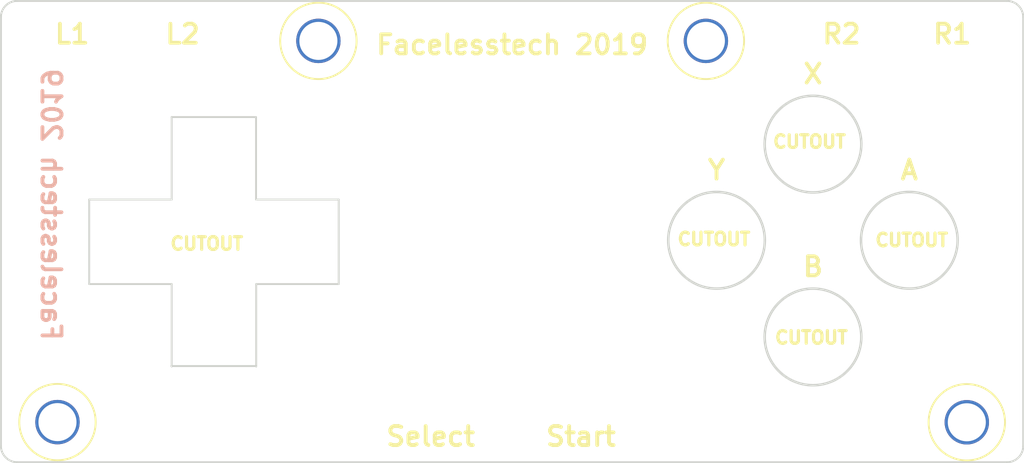
<source format=kicad_pcb>
(kicad_pcb (version 20171130) (host pcbnew 5.0.2+dfsg1-1~bpo9+1)

  (general
    (thickness 1.6)
    (drawings 41)
    (tracks 0)
    (zones 0)
    (modules 4)
    (nets 5)
  )

  (page A4)
  (layers
    (0 F.Cu signal)
    (31 B.Cu signal)
    (32 B.Adhes user)
    (33 F.Adhes user)
    (34 B.Paste user)
    (35 F.Paste user)
    (36 B.SilkS user)
    (37 F.SilkS user)
    (38 B.Mask user)
    (39 F.Mask user)
    (40 Dwgs.User user)
    (41 Cmts.User user)
    (42 Eco1.User user)
    (43 Eco2.User user)
    (44 Edge.Cuts user)
    (45 Margin user)
    (46 B.CrtYd user)
    (47 F.CrtYd user)
    (48 B.Fab user)
    (49 F.Fab user)
  )

  (setup
    (last_trace_width 0.25)
    (trace_clearance 0.2)
    (zone_clearance 0.508)
    (zone_45_only no)
    (trace_min 0.2)
    (segment_width 0.2)
    (edge_width 0.15)
    (via_size 0.8)
    (via_drill 0.4)
    (via_min_size 0.4)
    (via_min_drill 0.3)
    (uvia_size 0.3)
    (uvia_drill 0.1)
    (uvias_allowed no)
    (uvia_min_size 0.2)
    (uvia_min_drill 0.1)
    (pcb_text_width 0.3)
    (pcb_text_size 1.5 1.5)
    (mod_edge_width 0.15)
    (mod_text_size 1 1)
    (mod_text_width 0.15)
    (pad_size 1.524 1.524)
    (pad_drill 0.762)
    (pad_to_mask_clearance 0.051)
    (solder_mask_min_width 0.25)
    (aux_axis_origin 0 0)
    (visible_elements FFFFFF7F)
    (pcbplotparams
      (layerselection 0x010f0_ffffffff)
      (usegerberextensions false)
      (usegerberattributes false)
      (usegerberadvancedattributes false)
      (creategerberjobfile false)
      (excludeedgelayer true)
      (linewidth 0.100000)
      (plotframeref false)
      (viasonmask false)
      (mode 1)
      (useauxorigin false)
      (hpglpennumber 1)
      (hpglpenspeed 20)
      (hpglpendiameter 15.000000)
      (psnegative false)
      (psa4output false)
      (plotreference true)
      (plotvalue true)
      (plotinvisibletext false)
      (padsonsilk false)
      (subtractmaskfromsilk false)
      (outputformat 1)
      (mirror false)
      (drillshape 0)
      (scaleselection 1)
      (outputdirectory "gerbers/"))
  )

  (net 0 "")
  (net 1 "Net-(U2-Pad1)")
  (net 2 "Net-(U3-Pad1)")
  (net 3 "Net-(U4-Pad1)")
  (net 4 "Net-(U5-Pad1)")

  (net_class Default "This is the default net class."
    (clearance 0.2)
    (trace_width 0.25)
    (via_dia 0.8)
    (via_drill 0.4)
    (uvia_dia 0.3)
    (uvia_drill 0.1)
    (add_net "Net-(U2-Pad1)")
    (add_net "Net-(U3-Pad1)")
    (add_net "Net-(U4-Pad1)")
    (add_net "Net-(U5-Pad1)")
  )

  (module m3_hole_custom:m3_hole_custom (layer F.Cu) (tedit 5CF3D540) (tstamp 5D60DA92)
    (at 180.3019 116.3574)
    (path /5CF5489C)
    (fp_text reference U3 (at 0 2.921) (layer F.SilkS) hide
      (effects (font (size 1 1) (thickness 0.15)))
    )
    (fp_text value m3_standsoffs (at 0 -2.921) (layer F.Fab) hide
      (effects (font (size 1 1) (thickness 0.15)))
    )
    (fp_circle (center 0 0) (end 2.8575 0.9525) (layer F.SilkS) (width 0.15))
    (pad 1 thru_hole circle (at 0 0) (size 3.5 3.5) (drill 3) (layers *.Cu *.Mask)
      (net 2 "Net-(U3-Pad1)"))
  )

  (module m3_hole_custom:m3_hole_custom (layer F.Cu) (tedit 5CF3D547) (tstamp 5D60DA4F)
    (at 108.5977 116.3447)
    (path /5CF54906)
    (fp_text reference U5 (at 0 2.921) (layer F.SilkS) hide
      (effects (font (size 1 1) (thickness 0.15)))
    )
    (fp_text value m3_standsoffs (at 0 -2.921) (layer F.Fab) hide
      (effects (font (size 1 1) (thickness 0.15)))
    )
    (fp_circle (center 0 0) (end 2.8575 0.9525) (layer F.SilkS) (width 0.15))
    (pad 1 thru_hole circle (at 0 0) (size 3.5 3.5) (drill 3) (layers *.Cu *.Mask)
      (net 4 "Net-(U5-Pad1)"))
  )

  (module m3_hole_custom:m3_hole_custom (layer F.Cu) (tedit 5CF3D52B) (tstamp 5D55BEDE)
    (at 129.1717 86.2838)
    (path /5CF548D2)
    (fp_text reference U4 (at 0 2.921) (layer F.SilkS) hide
      (effects (font (size 1 1) (thickness 0.15)))
    )
    (fp_text value m3_standsoffs (at 0 -2.921) (layer F.Fab) hide
      (effects (font (size 1 1) (thickness 0.15)))
    )
    (fp_circle (center 0 0) (end 2.8575 0.9525) (layer F.SilkS) (width 0.15))
    (pad 1 thru_hole circle (at 0 0) (size 3.5 3.5) (drill 3) (layers *.Cu *.Mask)
      (net 3 "Net-(U4-Pad1)"))
  )

  (module m3_hole_custom:m3_hole_custom (layer F.Cu) (tedit 5CF3D532) (tstamp 5D55BF12)
    (at 159.7279 86.2838)
    (path /5CF547D0)
    (fp_text reference U2 (at 0 2.921) (layer F.SilkS) hide
      (effects (font (size 1 1) (thickness 0.15)))
    )
    (fp_text value m3_standsoffs (at 0 -2.921) (layer F.Fab) hide
      (effects (font (size 1 1) (thickness 0.15)))
    )
    (fp_circle (center 0 0) (end 2.8575 0.9525) (layer F.SilkS) (width 0.15))
    (pad 1 thru_hole circle (at 0 0) (size 3.5 3.5) (drill 3) (layers *.Cu *.Mask)
      (net 1 "Net-(U2-Pad1)"))
  )

  (gr_line (start 183.4515 119.507) (end 105.41 119.507) (layer Edge.Cuts) (width 0.15) (tstamp 5D60CAAE))
  (gr_line (start 183.4642 83.1342) (end 105.4227 83.1342) (layer Edge.Cuts) (width 0.15))
  (gr_text R2 (at 170.4213 85.7504) (layer F.SilkS) (tstamp 5D60D9D4)
    (effects (font (size 1.5 1.5) (thickness 0.3)))
  )
  (gr_text L2 (at 118.4656 85.7504) (layer F.SilkS) (tstamp 5D60D999)
    (effects (font (size 1.5 1.5) (thickness 0.3)))
  )
  (gr_text CUTOUT (at 120.3706 102.2731) (layer F.SilkS) (tstamp 5D0083C4)
    (effects (font (size 1 1) (thickness 0.25)))
  )
  (gr_text CUTOUT (at 168.0464 109.6772) (layer F.SilkS) (tstamp 5D0083C4)
    (effects (font (size 1 1) (thickness 0.25)))
  )
  (gr_text CUTOUT (at 160.3629 101.9175) (layer F.SilkS) (tstamp 5D0083C4)
    (effects (font (size 1 1) (thickness 0.25)))
  )
  (gr_text CUTOUT (at 167.894 94.234) (layer F.SilkS) (tstamp 5D0083C4)
    (effects (font (size 1 1) (thickness 0.25)))
  )
  (gr_text CUTOUT (at 175.9585 101.9937) (layer F.SilkS)
    (effects (font (size 1 1) (thickness 0.25)))
  )
  (gr_text "Facelesstech 2019" (at 144.4498 86.5886) (layer F.SilkS) (tstamp 5D007FF5)
    (effects (font (size 1.5 1.5) (thickness 0.3)))
  )
  (gr_text "Facelesstech 2019" (at 108.0897 99.187 270) (layer B.SilkS) (tstamp 5D007FF1)
    (effects (font (size 1.5 1.5) (thickness 0.3)) (justify mirror))
  )
  (gr_text R1 (at 179.1462 85.7504) (layer F.SilkS) (tstamp 5D60D9CF)
    (effects (font (size 1.5 1.5) (thickness 0.3)))
  )
  (gr_text L1 (at 109.7534 85.7504) (layer F.SilkS) (tstamp 5D60D958)
    (effects (font (size 1.5 1.5) (thickness 0.3)))
  )
  (gr_text Y (at 160.5661 96.4692) (layer F.SilkS)
    (effects (font (size 1.5 1.5) (thickness 0.3)))
  )
  (gr_text X (at 168.1734 88.8873) (layer F.SilkS)
    (effects (font (size 1.5 1.5) (thickness 0.3)))
  )
  (gr_text B (at 168.1734 104.0892) (layer F.SilkS) (tstamp 5D007C11)
    (effects (font (size 1.5 1.5) (thickness 0.3)))
  )
  (gr_text A (at 175.768 96.4692) (layer F.SilkS)
    (effects (font (size 1.5 1.5) (thickness 0.3)))
  )
  (gr_text Select (at 138.0236 117.475) (layer F.SilkS) (tstamp 5D60DB1A)
    (effects (font (size 1.5 1.5) (thickness 0.3)))
  )
  (gr_text Start (at 149.8727 117.475) (layer F.SilkS) (tstamp 5D007BFA)
    (effects (font (size 1.5 1.5) (thickness 0.3)))
  )
  (gr_arc (start 183.4769 118.237) (end 183.4769 119.507) (angle -90) (layer Edge.Cuts) (width 0.15) (tstamp 5D60CAA1))
  (gr_arc (start 105.4227 118.2243) (end 104.14 118.2243) (angle -90) (layer Edge.Cuts) (width 0.15) (tstamp 5D60CA64))
  (gr_circle (center 175.768 102.0064) (end 175.768 105.8164) (layer Edge.Cuts) (width 0.2) (tstamp 5D007C1D))
  (gr_line (start 124.2695 98.7933) (end 130.7719 98.7933) (layer Edge.Cuts) (width 0.15) (tstamp 5D006F4B))
  (gr_line (start 124.2568 92.3036) (end 124.2568 98.7933) (layer Edge.Cuts) (width 0.15) (tstamp 5D006F4A))
  (gr_line (start 117.602 98.7933) (end 117.602 92.2909) (layer Edge.Cuts) (width 0.15) (tstamp 5D006F49))
  (gr_line (start 117.602 92.2909) (end 124.2568 92.2909) (layer Edge.Cuts) (width 0.15) (tstamp 5D006F48))
  (gr_line (start 117.602 98.7933) (end 111.0996 98.7933) (layer Edge.Cuts) (width 0.15) (tstamp 5D006F47))
  (gr_line (start 117.602 105.4608) (end 111.0996 105.4608) (layer Edge.Cuts) (width 0.15) (tstamp 5D006F46))
  (gr_line (start 117.602 105.4608) (end 117.602 111.9632) (layer Edge.Cuts) (width 0.15) (tstamp 5D006F45))
  (gr_line (start 124.2695 105.4608) (end 124.2695 111.9632) (layer Edge.Cuts) (width 0.15) (tstamp 5D006F44))
  (gr_arc (start 105.41 84.4042) (end 105.41 83.1342) (angle -90) (layer Edge.Cuts) (width 0.15) (tstamp 5D006F39))
  (gr_circle (center 168.1734 109.6264) (end 168.1734 113.4364) (layer Edge.Cuts) (width 0.2) (tstamp 5D007C0A))
  (gr_circle (center 168.1734 94.4245) (end 168.1734 98.2345) (layer Edge.Cuts) (width 0.2) (tstamp 5D007C29))
  (gr_circle (center 160.5661 102.0064) (end 160.5661 105.8164) (layer Edge.Cuts) (width 0.2) (tstamp 5D007C37))
  (gr_line (start 104.14 118.2116) (end 104.14 84.3788) (layer Edge.Cuts) (width 0.15) (tstamp 5D60CA6F))
  (gr_arc (start 183.4769 84.4042) (end 184.7469 84.4042) (angle -90) (layer Edge.Cuts) (width 0.15) (tstamp 5D006F13))
  (gr_line (start 111.0996 105.4608) (end 111.0996 98.806) (layer Edge.Cuts) (width 0.15) (tstamp 5D006ECE))
  (gr_line (start 130.7719 98.7933) (end 130.7719 105.4608) (layer Edge.Cuts) (width 0.15) (tstamp 5D006ECD))
  (gr_line (start 117.5766 111.9251) (end 124.2441 111.9251) (layer Edge.Cuts) (width 0.15) (tstamp 5D006ECC))
  (gr_line (start 124.2695 105.4608) (end 130.7719 105.4608) (layer Edge.Cuts) (width 0.15) (tstamp 5D006ECB))
  (gr_line (start 184.7469 84.4169) (end 184.7469 118.237) (layer Edge.Cuts) (width 0.15) (tstamp 5D60CA95))

)

</source>
